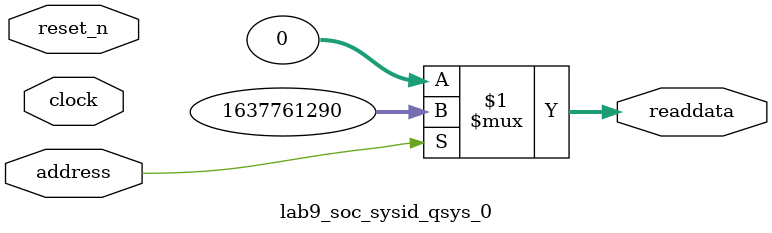
<source format=v>



// synthesis translate_off
`timescale 1ns / 1ps
// synthesis translate_on

// turn off superfluous verilog processor warnings 
// altera message_level Level1 
// altera message_off 10034 10035 10036 10037 10230 10240 10030 

module lab9_soc_sysid_qsys_0 (
               // inputs:
                address,
                clock,
                reset_n,

               // outputs:
                readdata
             )
;

  output  [ 31: 0] readdata;
  input            address;
  input            clock;
  input            reset_n;

  wire    [ 31: 0] readdata;
  //control_slave, which is an e_avalon_slave
  assign readdata = address ? 1637761290 : 0;

endmodule



</source>
